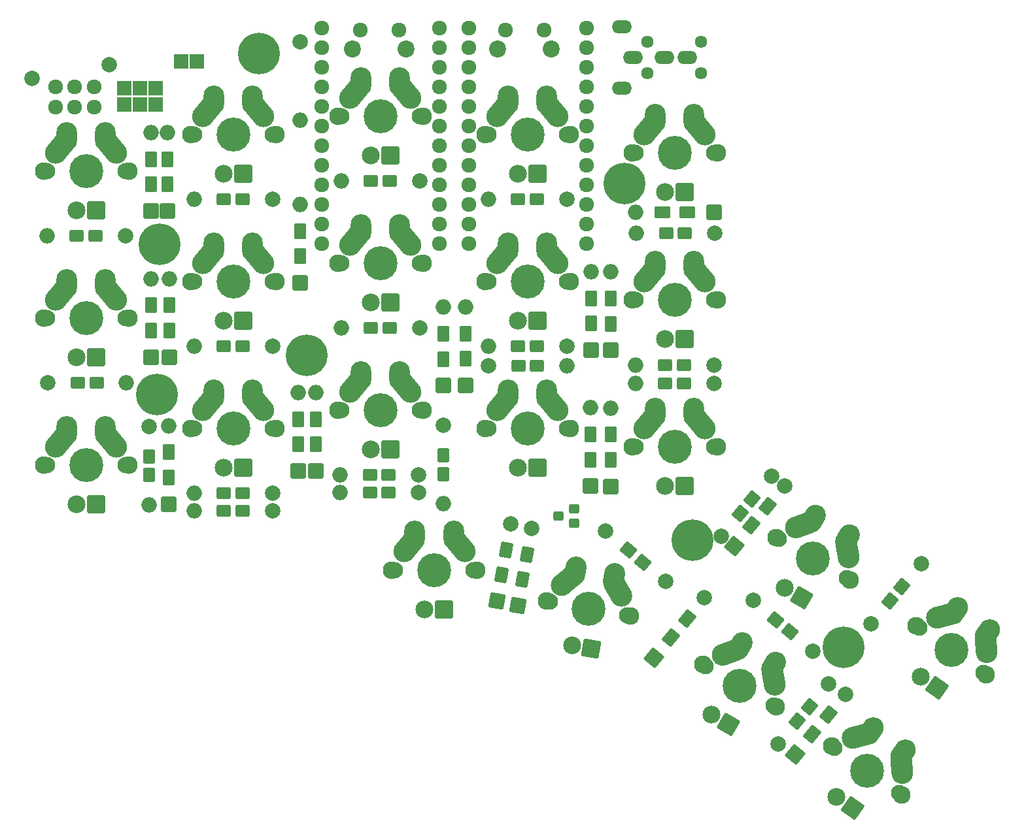
<source format=gbs>
G04 #@! TF.GenerationSoftware,KiCad,Pcbnew,(6.0.7)*
G04 #@! TF.CreationDate,2023-08-18T09:51:37+01:00*
G04 #@! TF.ProjectId,edwardash,65647761-7264-4617-9368-2e6b69636164,0.1*
G04 #@! TF.SameCoordinates,Original*
G04 #@! TF.FileFunction,Soldermask,Bot*
G04 #@! TF.FilePolarity,Negative*
%FSLAX46Y46*%
G04 Gerber Fmt 4.6, Leading zero omitted, Abs format (unit mm)*
G04 Created by KiCad (PCBNEW (6.0.7)) date 2023-08-18 09:51:37*
%MOMM*%
%LPD*%
G01*
G04 APERTURE LIST*
G04 Aperture macros list*
%AMRoundRect*
0 Rectangle with rounded corners*
0 $1 Rounding radius*
0 $2 $3 $4 $5 $6 $7 $8 $9 X,Y pos of 4 corners*
0 Add a 4 corners polygon primitive as box body*
4,1,4,$2,$3,$4,$5,$6,$7,$8,$9,$2,$3,0*
0 Add four circle primitives for the rounded corners*
1,1,$1+$1,$2,$3*
1,1,$1+$1,$4,$5*
1,1,$1+$1,$6,$7*
1,1,$1+$1,$8,$9*
0 Add four rect primitives between the rounded corners*
20,1,$1+$1,$2,$3,$4,$5,0*
20,1,$1+$1,$4,$5,$6,$7,0*
20,1,$1+$1,$6,$7,$8,$9,0*
20,1,$1+$1,$8,$9,$2,$3,0*%
%AMHorizOval*
0 Thick line with rounded ends*
0 $1 width*
0 $2 $3 position (X,Y) of the first rounded end (center of the circle)*
0 $4 $5 position (X,Y) of the second rounded end (center of the circle)*
0 Add line between two ends*
20,1,$1,$2,$3,$4,$5,0*
0 Add two circle primitives to create the rounded ends*
1,1,$1,$2,$3*
1,1,$1,$4,$5*%
G04 Aperture macros list end*
%ADD10C,2.000000*%
%ADD11HorizOval,2.000000X0.000000X0.000000X0.000000X0.000000X0*%
%ADD12O,2.000000X2.000000*%
%ADD13C,1.924000*%
%ADD14C,2.200000*%
%ADD15C,5.400000*%
%ADD16RoundRect,0.200000X-0.762000X-0.762000X0.762000X-0.762000X0.762000X0.762000X-0.762000X0.762000X0*%
%ADD17RoundRect,0.200000X0.700000X0.600000X-0.700000X0.600000X-0.700000X-0.600000X0.700000X-0.600000X0*%
%ADD18RoundRect,0.200000X-0.700000X-0.600000X0.700000X-0.600000X0.700000X0.600000X-0.700000X0.600000X0*%
%ADD19RoundRect,0.200000X-0.600000X0.700000X-0.600000X-0.700000X0.600000X-0.700000X0.600000X0.700000X0*%
%ADD20RoundRect,0.200000X0.921904X0.009675X-0.150559X0.909578X-0.921904X-0.009675X0.150559X-0.909578X0*%
%ADD21HorizOval,2.000000X0.000000X0.000000X0.000000X0.000000X0*%
%ADD22RoundRect,0.200000X-0.952500X-0.952500X0.952500X-0.952500X0.952500X0.952500X-0.952500X0.952500X0*%
%ADD23C,2.305000*%
%ADD24RoundRect,0.200000X-1.103429X-0.772629X0.772629X-1.103429X1.103429X0.772629X-0.772629X1.103429X0*%
%ADD25RoundRect,0.200000X0.098605X-1.127066X1.127066X0.098605X-0.098605X1.127066X-1.127066X-0.098605X0*%
%ADD26RoundRect,0.200000X-0.054603X-0.998508X0.973857X0.227163X0.054603X0.998508X-0.973857X-0.227163X0*%
%ADD27HorizOval,2.000000X0.000000X0.000000X0.000000X0.000000X0*%
%ADD28RoundRect,0.200000X-0.450000X-0.400000X0.450000X-0.400000X0.450000X0.400000X-0.450000X0.400000X0*%
%ADD29C,2.300000*%
%ADD30C,2.100000*%
%ADD31C,4.400000*%
%ADD32HorizOval,2.800000X0.578509X0.689440X-0.578509X-0.689440X0*%
%ADD33O,2.700000X3.737000*%
%ADD34HorizOval,2.800000X0.578509X-0.689440X-0.578509X0.689440X0*%
%ADD35HorizOval,2.800000X0.845723X0.307818X-0.845723X-0.307818X0*%
%ADD36HorizOval,2.700000X-0.259250X-0.449034X0.259250X0.449034X0*%
%ADD37HorizOval,2.800000X0.156283X-0.886327X-0.156283X0.886327X0*%
%ADD38HorizOval,2.800000X0.689440X0.578509X-0.689440X-0.578509X0*%
%ADD39HorizOval,2.700000X-0.090037X-0.510623X0.090037X0.510623X0*%
%ADD40HorizOval,2.800000X0.450000X-0.779423X-0.450000X0.779423X0*%
%ADD41HorizOval,2.700000X-0.297399X-0.424730X0.297399X0.424730X0*%
%ADD42HorizOval,2.800000X0.869333X0.232937X-0.869333X-0.232937X0*%
%ADD43HorizOval,2.800000X0.078440X-0.896575X-0.078440X0.896575X0*%
%ADD44RoundRect,0.200000X-1.301139X-0.348639X0.348639X-1.301139X1.301139X0.348639X-0.348639X1.301139X0*%
%ADD45RoundRect,0.200000X-1.326574X-0.233911X0.233911X-1.326574X1.326574X0.233911X-0.233911X1.326574X0*%
%ADD46RoundRect,0.200000X-0.009675X0.921904X-0.909578X-0.150559X0.009675X-0.921904X0.909578X0.150559X0*%
%ADD47HorizOval,2.000000X0.000000X0.000000X0.000000X0.000000X0*%
%ADD48RoundRect,0.200000X0.009675X-0.921904X0.909578X0.150559X-0.009675X0.921904X-0.909578X-0.150559X0*%
%ADD49RoundRect,0.200000X0.800000X-0.800000X0.800000X0.800000X-0.800000X0.800000X-0.800000X-0.800000X0*%
%ADD50RoundRect,0.200000X0.600000X-0.800000X0.600000X0.800000X-0.600000X0.800000X-0.600000X-0.800000X0*%
%ADD51RoundRect,0.200000X0.800000X0.600000X-0.800000X0.600000X-0.800000X-0.600000X0.800000X-0.600000X0*%
%ADD52RoundRect,0.200000X0.800000X0.800000X-0.800000X0.800000X-0.800000X-0.800000X0.800000X-0.800000X0*%
%ADD53RoundRect,0.200000X0.648928X-0.926765X0.926765X0.648928X-0.648928X0.926765X-0.926765X-0.648928X0*%
%ADD54RoundRect,0.200000X0.451966X-0.892035X0.729803X0.683657X-0.451966X0.892035X-0.729803X-0.683657X0*%
%ADD55HorizOval,2.000000X0.000000X0.000000X0.000000X0.000000X0*%
%ADD56C,1.610000*%
%ADD57O,2.600000X1.700000*%
%ADD58HorizOval,2.800000X-0.578509X0.689440X0.578509X-0.689440X0*%
%ADD59HorizOval,2.800000X-0.578509X-0.689440X0.578509X0.689440X0*%
G04 APERTURE END LIST*
D10*
X99060000Y-64992002D03*
D11*
X109065647Y-63227737D03*
D10*
X133731000Y-60198000D03*
D12*
X133731000Y-70358000D03*
D13*
X160314000Y-58674000D03*
X165314000Y-58674000D03*
D14*
X159314000Y-61174000D03*
X166314000Y-61174000D03*
D15*
X134620000Y-100838000D03*
X184567441Y-124867673D03*
X115598340Y-86506566D03*
X115207141Y-105976229D03*
D16*
X118380000Y-62738000D03*
X120380000Y-62738000D03*
D13*
X102070829Y-68676946D03*
X104570829Y-68676946D03*
X107070829Y-68676946D03*
D17*
X107225000Y-85344000D03*
D10*
X111125000Y-85344000D03*
D17*
X104825000Y-85344000D03*
D12*
X100965000Y-85344000D03*
D17*
X126275000Y-80645000D03*
D10*
X130175000Y-80645000D03*
D12*
X120015000Y-80645000D03*
D17*
X123875000Y-80645000D03*
X145325000Y-78232000D03*
D10*
X149225000Y-78232000D03*
D12*
X139065000Y-78232000D03*
D17*
X142925000Y-78232000D03*
X164375000Y-80645000D03*
D10*
X168275000Y-80645000D03*
D17*
X161975000Y-80645000D03*
D12*
X158115000Y-80645000D03*
D17*
X183558217Y-85027192D03*
D10*
X187458217Y-85027192D03*
D17*
X181158217Y-85027192D03*
D12*
X177298217Y-85027192D03*
D10*
X101092000Y-104394000D03*
D18*
X104992000Y-104394000D03*
D12*
X111252000Y-104394000D03*
D18*
X107392000Y-104394000D03*
D10*
X130175000Y-99695000D03*
D17*
X126275000Y-99695000D03*
D12*
X120015000Y-99695000D03*
D17*
X123875000Y-99695000D03*
D10*
X149225000Y-97282000D03*
D17*
X145325000Y-97282000D03*
X142925000Y-97282000D03*
D12*
X139065000Y-97282000D03*
D17*
X164375000Y-99695000D03*
D10*
X168275000Y-99695000D03*
D17*
X161975000Y-99695000D03*
D12*
X158115000Y-99695000D03*
D17*
X183425000Y-102108000D03*
D10*
X187325000Y-102108000D03*
D12*
X177165000Y-102108000D03*
D17*
X181025000Y-102108000D03*
D19*
X114230584Y-113968374D03*
D10*
X114230584Y-110068374D03*
D12*
X114230584Y-120228374D03*
D19*
X114230584Y-116368374D03*
D10*
X130175000Y-118745000D03*
D17*
X126275000Y-118745000D03*
X123875000Y-118745000D03*
D12*
X120015000Y-118745000D03*
D17*
X183425000Y-104521000D03*
D10*
X187325000Y-104521000D03*
D17*
X181025000Y-104521000D03*
D12*
X177165000Y-104521000D03*
D20*
X178140000Y-127680000D03*
D10*
X181127573Y-130186872D03*
D21*
X173344561Y-123656150D03*
D20*
X176301493Y-126137310D03*
D17*
X126275000Y-121031000D03*
D10*
X130175000Y-121031000D03*
D12*
X120015000Y-121031000D03*
D17*
X123875000Y-121031000D03*
X145198000Y-118618000D03*
D10*
X149098000Y-118618000D03*
D12*
X138938000Y-118618000D03*
D17*
X142798000Y-118618000D03*
D15*
X128397000Y-61722000D03*
D22*
X107315000Y-82105500D03*
D23*
X104775000Y-82105500D03*
D22*
X126365000Y-77343000D03*
D23*
X123825000Y-77343000D03*
D22*
X145415000Y-74961750D03*
D23*
X142875000Y-74961750D03*
D22*
X164465000Y-77343000D03*
D23*
X161925000Y-77343000D03*
D22*
X183515000Y-79724250D03*
D23*
X180975000Y-79724250D03*
D22*
X107315000Y-101155500D03*
D23*
X104775000Y-101155500D03*
D22*
X126365000Y-96393000D03*
D23*
X123825000Y-96393000D03*
D22*
X145415000Y-94011750D03*
D23*
X142875000Y-94011750D03*
D22*
X164465000Y-96393000D03*
D23*
X161925000Y-96393000D03*
D22*
X183515000Y-98774250D03*
D23*
X180975000Y-98774250D03*
D22*
X107315000Y-120205500D03*
D23*
X104775000Y-120205500D03*
D22*
X126365000Y-115443000D03*
D23*
X123825000Y-115443000D03*
D22*
X145415000Y-113061750D03*
D23*
X142875000Y-113061750D03*
D22*
X164465000Y-115443000D03*
D23*
X161925000Y-115443000D03*
D22*
X183515000Y-117824250D03*
D23*
X180975000Y-117824250D03*
D24*
X171470180Y-138903357D03*
D23*
X168968768Y-138462290D03*
D13*
X136525000Y-58420000D03*
X136525000Y-60960000D03*
X136525000Y-63500000D03*
X136525000Y-66040000D03*
X136525000Y-68580000D03*
X136525000Y-71120000D03*
X136525000Y-73660000D03*
X136525000Y-76200000D03*
X136525000Y-78740000D03*
X136525000Y-81280000D03*
X136525000Y-83820000D03*
X136525000Y-86360000D03*
X151765000Y-86360000D03*
X151765000Y-83820000D03*
X151765000Y-81280000D03*
X151765000Y-78740000D03*
X151765000Y-76200000D03*
X151765000Y-73660000D03*
X151765000Y-71120000D03*
X151765000Y-68580000D03*
X151765000Y-66040000D03*
X151765000Y-63500000D03*
X151765000Y-60960000D03*
X151765000Y-58420000D03*
D22*
X152410000Y-133760000D03*
D23*
X149870000Y-133760000D03*
D25*
X197861783Y-152586827D03*
D26*
X200079400Y-149943974D03*
D27*
X204392505Y-144803815D03*
D26*
X202174888Y-147446669D03*
D28*
X169222000Y-120730000D03*
X169222000Y-122630000D03*
X167222000Y-121680000D03*
D29*
X100545000Y-77025500D03*
D30*
X100965000Y-77025500D03*
D31*
X106045000Y-77025500D03*
D30*
X111125000Y-77025500D03*
D29*
X111545000Y-77025500D03*
D32*
X102684951Y-73949269D03*
D33*
X103525000Y-72525500D03*
X108565000Y-72525500D03*
D34*
X109405049Y-73949269D03*
D29*
X100545000Y-96075500D03*
D30*
X111125000Y-96075500D03*
D29*
X111545000Y-96075500D03*
D30*
X100965000Y-96075500D03*
D31*
X106045000Y-96075500D03*
D33*
X103525000Y-91575500D03*
D32*
X102684951Y-92999269D03*
D33*
X108565000Y-91575500D03*
D34*
X109405049Y-92999269D03*
D30*
X100965000Y-115125500D03*
D29*
X100545000Y-115125500D03*
X111545000Y-115125500D03*
D30*
X111125000Y-115125500D03*
D31*
X106045000Y-115125500D03*
D33*
X103525000Y-110625500D03*
D32*
X102684951Y-112049269D03*
D33*
X108565000Y-110625500D03*
D34*
X109405049Y-112049269D03*
D29*
X130595000Y-91313000D03*
D31*
X125095000Y-91313000D03*
D30*
X120015000Y-91313000D03*
D29*
X119595000Y-91313000D03*
D30*
X130175000Y-91313000D03*
D33*
X122575000Y-86813000D03*
D32*
X121734951Y-88236769D03*
D33*
X127615000Y-86813000D03*
D34*
X128455049Y-88236769D03*
D31*
X125095000Y-110363000D03*
D30*
X130175000Y-110363000D03*
X120015000Y-110363000D03*
D29*
X119595000Y-110363000D03*
X130595000Y-110363000D03*
D33*
X122575000Y-105863000D03*
D32*
X121734951Y-107286769D03*
D34*
X128455049Y-107286769D03*
D33*
X127615000Y-105863000D03*
D29*
X149645000Y-69881750D03*
D30*
X139065000Y-69881750D03*
D29*
X138645000Y-69881750D03*
D30*
X149225000Y-69881750D03*
D31*
X144145000Y-69881750D03*
D33*
X141625000Y-65381750D03*
D32*
X140784951Y-66805519D03*
D33*
X146665000Y-65381750D03*
D34*
X147505049Y-66805519D03*
D30*
X149225000Y-88931750D03*
X139065000Y-88931750D03*
D29*
X138645000Y-88931750D03*
X149645000Y-88931750D03*
D31*
X144145000Y-88931750D03*
D33*
X141625000Y-84431750D03*
D32*
X140784951Y-85855519D03*
D34*
X147505049Y-85855519D03*
D33*
X146665000Y-84431750D03*
D29*
X149645000Y-107981750D03*
D31*
X144145000Y-107981750D03*
D30*
X149225000Y-107981750D03*
X139065000Y-107981750D03*
D29*
X138645000Y-107981750D03*
D32*
X140784951Y-104905519D03*
D33*
X141625000Y-103481750D03*
D34*
X147505049Y-104905519D03*
D33*
X146665000Y-103481750D03*
D30*
X168275000Y-72263000D03*
D29*
X168695000Y-72263000D03*
D30*
X158115000Y-72263000D03*
D31*
X163195000Y-72263000D03*
D29*
X157695000Y-72263000D03*
D32*
X159834951Y-69186769D03*
D33*
X160675000Y-67763000D03*
X165715000Y-67763000D03*
D34*
X166555049Y-69186769D03*
D29*
X168695000Y-91313000D03*
X157695000Y-91313000D03*
D30*
X158115000Y-91313000D03*
X168275000Y-91313000D03*
D31*
X163195000Y-91313000D03*
D33*
X160675000Y-86813000D03*
D32*
X159834951Y-88236769D03*
D33*
X165715000Y-86813000D03*
D34*
X166555049Y-88236769D03*
D31*
X163195000Y-110363000D03*
D30*
X158115000Y-110363000D03*
X168275000Y-110363000D03*
D29*
X168695000Y-110363000D03*
X157695000Y-110363000D03*
D33*
X160675000Y-105863000D03*
D32*
X159834951Y-107286769D03*
D34*
X166555049Y-107286769D03*
D33*
X165715000Y-105863000D03*
D30*
X204573818Y-129742300D03*
X195775000Y-124662300D03*
D29*
X204937549Y-129952300D03*
D31*
X200174409Y-127202300D03*
D29*
X195411269Y-124452300D03*
D35*
X198802637Y-122858181D03*
D36*
X200242025Y-122045186D03*
D37*
X204622412Y-126218230D03*
D36*
X204606793Y-124565186D03*
D30*
X176104430Y-134562133D03*
X166098784Y-132797867D03*
D31*
X171101607Y-133680000D03*
D29*
X165685164Y-132724935D03*
X176518050Y-134635065D03*
D38*
X168326787Y-130067038D03*
D39*
X169401308Y-128810772D03*
D40*
X174944791Y-131233969D03*
D39*
X174364739Y-129685959D03*
D30*
X195048818Y-146240300D03*
D29*
X195412549Y-146450300D03*
X185886269Y-140950300D03*
D30*
X186250000Y-141160300D03*
D31*
X190649409Y-143700300D03*
D36*
X190717025Y-138543186D03*
D35*
X189277637Y-139356181D03*
D36*
X195081793Y-141063186D03*
D37*
X195097412Y-142716230D03*
D31*
X151140000Y-128680000D03*
D30*
X156220000Y-128680000D03*
D29*
X145640000Y-128680000D03*
X156640000Y-128680000D03*
D30*
X146060000Y-128680000D03*
D32*
X147779951Y-125603769D03*
D33*
X148620000Y-124180000D03*
X153660000Y-124180000D03*
D34*
X154500049Y-125603769D03*
D29*
X213561314Y-135920268D03*
D30*
X222227942Y-141988706D03*
D29*
X222571986Y-142229608D03*
D30*
X213905358Y-136161170D03*
D31*
X218066650Y-139074938D03*
D41*
X218583481Y-133943341D03*
D42*
X217078713Y-134627793D03*
D43*
X222583495Y-138482281D03*
D41*
X222712007Y-136834166D03*
D30*
X202978708Y-151766232D03*
D29*
X202634664Y-151525330D03*
X211645336Y-157834670D03*
D31*
X207140000Y-154680000D03*
D30*
X211301292Y-157593768D03*
D42*
X206152063Y-150232855D03*
D41*
X207656831Y-149548403D03*
D43*
X211656845Y-154087343D03*
D41*
X211785357Y-152439228D03*
D44*
X198734261Y-132236709D03*
D23*
X196534557Y-130966709D03*
D45*
X216193205Y-143964672D03*
D23*
X214112559Y-142507788D03*
D44*
X189209261Y-148734709D03*
D23*
X187009557Y-147464709D03*
D45*
X205266555Y-159569734D03*
D23*
X203185909Y-158112850D03*
D10*
X194785041Y-116504139D03*
D46*
X192278169Y-119491712D03*
D47*
X188254319Y-124287151D03*
D46*
X190735479Y-121330219D03*
D10*
X214189562Y-127853920D03*
D46*
X211682690Y-130841493D03*
D47*
X207658840Y-135636932D03*
D46*
X210140000Y-132680000D03*
D20*
X197196028Y-136680000D03*
D10*
X200183601Y-139186872D03*
D20*
X195357521Y-135137310D03*
D21*
X192400589Y-132656150D03*
D48*
X198134458Y-148275297D03*
D10*
X195627586Y-151262870D03*
D48*
X199677148Y-146436790D03*
D27*
X202158308Y-143479858D03*
D49*
X114427000Y-82169000D03*
D50*
X114427000Y-78719000D03*
D12*
X114427000Y-72009000D03*
D50*
X114427000Y-75459000D03*
X114427000Y-97642000D03*
D49*
X114427000Y-101092000D03*
D50*
X114427000Y-94382000D03*
D12*
X114427000Y-90932000D03*
D49*
X116713000Y-120142000D03*
D50*
X116713000Y-116692000D03*
X116713000Y-113432000D03*
D12*
X116713000Y-109982000D03*
D49*
X116586000Y-82169000D03*
D50*
X116586000Y-78719000D03*
X116586000Y-75459000D03*
D12*
X116586000Y-72009000D03*
D49*
X155194000Y-104754000D03*
D50*
X155194000Y-101304000D03*
D12*
X155194000Y-94594000D03*
D50*
X155194000Y-98044000D03*
X171450000Y-96732000D03*
D49*
X171450000Y-100182000D03*
D12*
X171450000Y-90022000D03*
D50*
X171450000Y-93472000D03*
X171323000Y-114385000D03*
D49*
X171323000Y-117835000D03*
D12*
X171323000Y-107675000D03*
D50*
X171323000Y-111125000D03*
D51*
X183928155Y-82343258D03*
D52*
X187378155Y-82343258D03*
D51*
X180668155Y-82343258D03*
D12*
X177218155Y-82343258D03*
D50*
X173990000Y-114406000D03*
D49*
X173990000Y-117856000D03*
D50*
X173990000Y-111146000D03*
D12*
X173990000Y-107696000D03*
D26*
X192187903Y-122909011D03*
D25*
X189970286Y-125551864D03*
D27*
X196501008Y-117768852D03*
D26*
X194283391Y-120411706D03*
D53*
X159254395Y-132702520D03*
D54*
X159853481Y-129304933D03*
D55*
X161018660Y-122696873D03*
D54*
X160419574Y-126094460D03*
D53*
X161974821Y-133288060D03*
D54*
X162573907Y-129890473D03*
D55*
X163739086Y-123282413D03*
D54*
X163140000Y-126680000D03*
D26*
X181807617Y-137453877D03*
D25*
X179590000Y-140096730D03*
D27*
X186120722Y-132313718D03*
D26*
X183903105Y-134956572D03*
D10*
X158115000Y-102235000D03*
D18*
X162015000Y-102235000D03*
X164415000Y-102235000D03*
D12*
X168275000Y-102235000D03*
D19*
X152273000Y-113861000D03*
D10*
X152273000Y-109961000D03*
D19*
X152273000Y-116261000D03*
D12*
X152273000Y-120121000D03*
D16*
X111030000Y-66209000D03*
X113030000Y-66209000D03*
X115030000Y-66209000D03*
X111030000Y-68368000D03*
X113030000Y-68368000D03*
X115030000Y-68368000D03*
D49*
X152273000Y-104796000D03*
D50*
X152273000Y-101346000D03*
X152273000Y-98086000D03*
D12*
X152273000Y-94636000D03*
D50*
X135763000Y-112395000D03*
D49*
X135763000Y-115845000D03*
D50*
X135763000Y-109135000D03*
D12*
X135763000Y-105685000D03*
D49*
X173990000Y-100224000D03*
D50*
X173990000Y-96774000D03*
X173990000Y-93514000D03*
D12*
X173990000Y-90064000D03*
D56*
X185682981Y-60266219D03*
X178682981Y-60266219D03*
X185682981Y-64266219D03*
X178682981Y-64266219D03*
D57*
X176882981Y-62266219D03*
X183882981Y-62266219D03*
X180882981Y-62266219D03*
X175382981Y-58266219D03*
X175382981Y-66266219D03*
D50*
X133477000Y-112395000D03*
D49*
X133477000Y-115845000D03*
D50*
X133477000Y-109135000D03*
D12*
X133477000Y-105685000D03*
D50*
X133731000Y-88011000D03*
D49*
X133731000Y-91461000D03*
D50*
X133731000Y-84751000D03*
D12*
X133731000Y-81301000D03*
D49*
X116840000Y-101092000D03*
D50*
X116840000Y-97642000D03*
X116840000Y-94382000D03*
D12*
X116840000Y-90932000D03*
D17*
X145198000Y-116332000D03*
D10*
X149098000Y-116332000D03*
D12*
X138938000Y-116332000D03*
D17*
X142798000Y-116332000D03*
D13*
X107076249Y-66040000D03*
X102076249Y-66040000D03*
D15*
X175778893Y-78619815D03*
X204140000Y-138680000D03*
D13*
X104570829Y-66040000D03*
X146518000Y-58674000D03*
X141518000Y-58674000D03*
D14*
X140518000Y-61174000D03*
X147518000Y-61174000D03*
D13*
X170815000Y-58420000D03*
X170815000Y-60960000D03*
X170815000Y-63500000D03*
X170815000Y-66040000D03*
X170815000Y-68580000D03*
X170815000Y-71120000D03*
X170815000Y-73660000D03*
X170815000Y-76200000D03*
X170815000Y-78740000D03*
X170815000Y-81280000D03*
X170815000Y-83820000D03*
X170815000Y-86360000D03*
X155575000Y-86360000D03*
X155575000Y-83820000D03*
X155575000Y-81280000D03*
X155575000Y-78740000D03*
X155575000Y-76200000D03*
X155575000Y-73660000D03*
X155575000Y-71120000D03*
X155575000Y-68580000D03*
X155575000Y-66040000D03*
X155575000Y-63500000D03*
X155575000Y-60960000D03*
X155575000Y-58420000D03*
D29*
X119595000Y-72263000D03*
D30*
X130175000Y-72263000D03*
D31*
X125095000Y-72263000D03*
D30*
X120015000Y-72263000D03*
D29*
X130595000Y-72263000D03*
D33*
X127615000Y-67763000D03*
D58*
X128455049Y-69186769D03*
D33*
X122575000Y-67763000D03*
D59*
X121734951Y-69186769D03*
D30*
X187325000Y-74644250D03*
X177165000Y-74644250D03*
D29*
X176745000Y-74644250D03*
D31*
X182245000Y-74644250D03*
D29*
X187745000Y-74644250D03*
D58*
X185605049Y-71568019D03*
D33*
X184765000Y-70144250D03*
D59*
X178884951Y-71568019D03*
D33*
X179725000Y-70144250D03*
D30*
X177165000Y-93694250D03*
D29*
X176745000Y-93694250D03*
D31*
X182245000Y-93694250D03*
D29*
X187745000Y-93694250D03*
D30*
X187325000Y-93694250D03*
D58*
X185605049Y-90618019D03*
D33*
X184765000Y-89194250D03*
D59*
X178884951Y-90618019D03*
D33*
X179725000Y-89194250D03*
D29*
X187745000Y-112744250D03*
D30*
X177165000Y-112744250D03*
D29*
X176745000Y-112744250D03*
D30*
X187325000Y-112744250D03*
D31*
X182245000Y-112744250D03*
D58*
X185605049Y-109668019D03*
D33*
X184765000Y-108244250D03*
D59*
X178884951Y-109668019D03*
D33*
X179725000Y-108244250D03*
M02*

</source>
